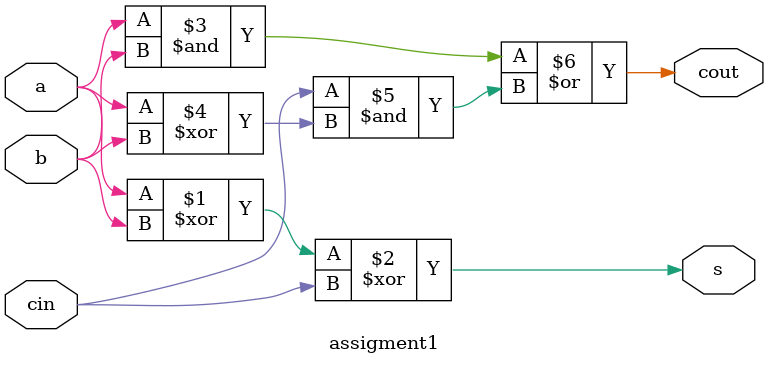
<source format=v>

module assigment1 (
    input a,
    input b,
    input cin,
    output s,
    output cout
);

assign s = a ^ b ^ cin;
assign cout = (a & b) | (cin & (a ^ b));

endmodule

</source>
